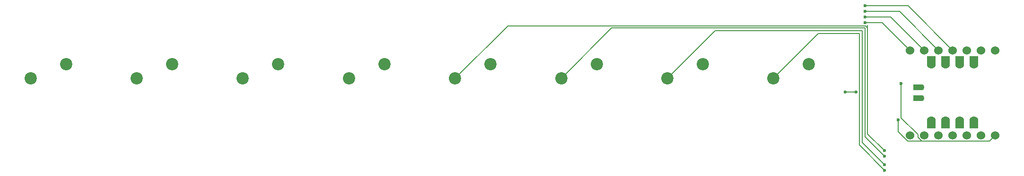
<source format=gbr>
%TF.GenerationSoftware,KiCad,Pcbnew,9.0.3*%
%TF.CreationDate,2025-07-11T23:54:27+00:00*%
%TF.ProjectId,hackpadhahaha,6861636b-7061-4646-9861-686168612e6b,rev?*%
%TF.SameCoordinates,Original*%
%TF.FileFunction,Copper,L2,Bot*%
%TF.FilePolarity,Positive*%
%FSLAX46Y46*%
G04 Gerber Fmt 4.6, Leading zero omitted, Abs format (unit mm)*
G04 Created by KiCad (PCBNEW 9.0.3) date 2025-07-11 23:54:27*
%MOMM*%
%LPD*%
G01*
G04 APERTURE LIST*
G04 Aperture macros list*
%AMRoundRect*
0 Rectangle with rounded corners*
0 $1 Rounding radius*
0 $2 $3 $4 $5 $6 $7 $8 $9 X,Y pos of 4 corners*
0 Add a 4 corners polygon primitive as box body*
4,1,4,$2,$3,$4,$5,$6,$7,$8,$9,$2,$3,0*
0 Add four circle primitives for the rounded corners*
1,1,$1+$1,$2,$3*
1,1,$1+$1,$4,$5*
1,1,$1+$1,$6,$7*
1,1,$1+$1,$8,$9*
0 Add four rect primitives between the rounded corners*
20,1,$1+$1,$2,$3,$4,$5,0*
20,1,$1+$1,$4,$5,$6,$7,0*
20,1,$1+$1,$6,$7,$8,$9,0*
20,1,$1+$1,$8,$9,$2,$3,0*%
G04 Aperture macros list end*
%TA.AperFunction,ComponentPad*%
%ADD10C,1.524000*%
%TD*%
%TA.AperFunction,ComponentPad*%
%ADD11C,1.600000*%
%TD*%
%TA.AperFunction,SMDPad,CuDef*%
%ADD12RoundRect,0.140000X0.660000X-0.560000X0.660000X0.560000X-0.660000X0.560000X-0.660000X-0.560000X0*%
%TD*%
%TA.AperFunction,ComponentPad*%
%ADD13C,1.100000*%
%TD*%
%TA.AperFunction,SMDPad,CuDef*%
%ADD14RoundRect,0.110000X0.690000X0.440000X-0.690000X0.440000X-0.690000X-0.440000X0.690000X-0.440000X0*%
%TD*%
%TA.AperFunction,ComponentPad*%
%ADD15C,2.200000*%
%TD*%
%TA.AperFunction,ViaPad*%
%ADD16C,0.600000*%
%TD*%
%TA.AperFunction,Conductor*%
%ADD17C,0.200000*%
%TD*%
G04 APERTURE END LIST*
D10*
%TO.P,U1,1,GPIO26/ADC0/A0*%
%TO.N,Net-(D1-DIN)*%
X268350000Y-54500000D03*
%TO.P,U1,2,GPIO27/ADC1/A1*%
%TO.N,unconnected-(U1-GPIO27{slash}ADC1{slash}A1-Pad2)*%
X265810000Y-54500000D03*
%TO.P,U1,3,GPIO28/ADC2/A2*%
%TO.N,unconnected-(U1-GPIO28{slash}ADC2{slash}A2-Pad3)*%
X263270000Y-54500000D03*
%TO.P,U1,4,GPIO29/ADC3/A3*%
%TO.N,Net-(U1-GPIO29{slash}ADC3{slash}A3)*%
X260730000Y-54500000D03*
%TO.P,U1,5,GPIO6/SDA*%
%TO.N,Net-(U1-GPIO6{slash}SDA)*%
X258190000Y-54500000D03*
%TO.P,U1,6,GPIO7/SCL*%
%TO.N,Net-(U1-GPIO7{slash}SCL)*%
X255650000Y-54500000D03*
%TO.P,U1,7,GPIO0/TX*%
%TO.N,Net-(U1-GPIO0{slash}TX)*%
X253110000Y-54500000D03*
%TO.P,U1,8,GPIO1/RX*%
%TO.N,Net-(U1-GPIO1{slash}RX)*%
X253110000Y-69740000D03*
%TO.P,U1,9,GPIO2/SCK*%
%TO.N,Net-(U1-GPIO2{slash}SCK)*%
X255650000Y-69740000D03*
%TO.P,U1,10,GPIO4/MISO*%
%TO.N,Net-(U1-GPIO4{slash}MISO)*%
X258190000Y-69740000D03*
%TO.P,U1,11,GPIO3/MOSI*%
%TO.N,Net-(U1-GPIO3{slash}MOSI)*%
X260730000Y-69740000D03*
%TO.P,U1,12,3V3*%
%TO.N,unconnected-(U1-3V3-Pad12)*%
X263270000Y-69740000D03*
%TO.P,U1,13,GND*%
%TO.N,GND*%
X265810000Y-69740000D03*
%TO.P,U1,14,VBUS*%
%TO.N,+5V*%
X268350000Y-69740000D03*
D11*
%TO.P,U1,15*%
%TO.N,N/C*%
X264540000Y-67120994D03*
D12*
X264540000Y-67820000D03*
D11*
%TO.P,U1,16*%
X262000000Y-67120994D03*
D12*
X262000000Y-67820000D03*
D11*
%TO.P,U1,17*%
X259460000Y-67120994D03*
D12*
X259460000Y-67820000D03*
D11*
%TO.P,U1,18*%
X256920000Y-67120994D03*
D12*
X256920000Y-67820000D03*
%TO.P,U1,19*%
X256920000Y-56260994D03*
D11*
X256920000Y-56960994D03*
D12*
%TO.P,U1,20*%
X259460000Y-56260994D03*
D11*
X259460000Y-56960994D03*
D12*
%TO.P,U1,21*%
X262000000Y-56260994D03*
D11*
X262000000Y-56960994D03*
D12*
%TO.P,U1,22*%
X264540000Y-56260994D03*
D11*
X264540000Y-56960994D03*
D13*
%TO.P,U1,23*%
X255155189Y-61120000D03*
D14*
X254400000Y-61120000D03*
D13*
%TO.P,U1,24*%
X255155189Y-63120000D03*
D14*
X254400000Y-63120000D03*
%TD*%
D15*
%TO.P,SW8,1,1*%
%TO.N,GND*%
X235000000Y-57000000D03*
%TO.P,SW8,2,2*%
%TO.N,Net-(U1-GPIO3{slash}MOSI)*%
X228650000Y-59540000D03*
%TD*%
%TO.P,SW7,1,1*%
%TO.N,GND*%
X216000000Y-57000000D03*
%TO.P,SW7,2,2*%
%TO.N,Net-(U1-GPIO4{slash}MISO)*%
X209650000Y-59540000D03*
%TD*%
%TO.P,SW6,1,1*%
%TO.N,GND*%
X197000000Y-57000000D03*
%TO.P,SW6,2,2*%
%TO.N,Net-(U1-GPIO2{slash}SCK)*%
X190650000Y-59540000D03*
%TD*%
%TO.P,SW5,1,1*%
%TO.N,GND*%
X178000000Y-57000000D03*
%TO.P,SW5,2,2*%
%TO.N,Net-(U1-GPIO1{slash}RX)*%
X171650000Y-59540000D03*
%TD*%
%TO.P,SW4,1,1*%
%TO.N,GND*%
X159000000Y-57000000D03*
%TO.P,SW4,2,2*%
%TO.N,Net-(U1-GPIO0{slash}TX)*%
X152650000Y-59540000D03*
%TD*%
%TO.P,SW3,1,1*%
%TO.N,GND*%
X140000000Y-57000000D03*
%TO.P,SW3,2,2*%
%TO.N,Net-(U1-GPIO7{slash}SCL)*%
X133650000Y-59540000D03*
%TD*%
%TO.P,SW2,1,1*%
%TO.N,GND*%
X121000000Y-57000000D03*
%TO.P,SW2,2,2*%
%TO.N,Net-(U1-GPIO6{slash}SDA)*%
X114650000Y-59540000D03*
%TD*%
%TO.P,SW1,1,1*%
%TO.N,GND*%
X102000000Y-57000000D03*
%TO.P,SW1,2,2*%
%TO.N,Net-(U1-GPIO29{slash}ADC3{slash}A3)*%
X95650000Y-59540000D03*
%TD*%
D16*
%TO.N,Net-(D1-DOUT)*%
X243400000Y-62000000D03*
X241500000Y-62000000D03*
%TO.N,+5V*%
X251500000Y-60500000D03*
X251000000Y-67000000D03*
%TO.N,Net-(U1-GPIO29{slash}ADC3{slash}A3)*%
X245000000Y-46500000D03*
%TO.N,Net-(U1-GPIO6{slash}SDA)*%
X245000000Y-47500000D03*
%TO.N,Net-(U1-GPIO7{slash}SCL)*%
X245000000Y-48500000D03*
%TO.N,Net-(U1-GPIO0{slash}TX)*%
X245000000Y-49499000D03*
%TO.N,Net-(U1-GPIO1{slash}RX)*%
X248500000Y-72500000D03*
%TO.N,Net-(U1-GPIO3{slash}MOSI)*%
X248500000Y-76000000D03*
%TO.N,Net-(U1-GPIO4{slash}MISO)*%
X248500000Y-75000000D03*
%TO.N,Net-(U1-GPIO2{slash}SCK)*%
X248500000Y-73500000D03*
%TD*%
D17*
%TO.N,Net-(D1-DOUT)*%
X241500000Y-62000000D02*
X243400000Y-62000000D01*
%TO.N,+5V*%
X251000000Y-67000000D02*
X251000000Y-69133310D01*
X251000000Y-69133310D02*
X252669690Y-70803000D01*
X252669690Y-70803000D02*
X267287000Y-70803000D01*
X267287000Y-70803000D02*
X268350000Y-69740000D01*
X251500000Y-60500000D02*
X251500000Y-66626690D01*
X251500000Y-66626690D02*
X254500000Y-69626690D01*
X254500000Y-69626690D02*
X254500000Y-70093310D01*
X254500000Y-70093310D02*
X255209690Y-70803000D01*
X255209690Y-70803000D02*
X267287000Y-70803000D01*
%TO.N,Net-(U1-GPIO0{slash}TX)*%
X245000000Y-49500000D02*
X245000000Y-49499000D01*
%TO.N,Net-(U1-GPIO29{slash}ADC3{slash}A3)*%
X252730000Y-46500000D02*
X245000000Y-46500000D01*
X260730000Y-54500000D02*
X252730000Y-46500000D01*
%TO.N,Net-(U1-GPIO6{slash}SDA)*%
X251190000Y-47500000D02*
X245000000Y-47500000D01*
X258190000Y-54500000D02*
X251190000Y-47500000D01*
%TO.N,Net-(U1-GPIO7{slash}SCL)*%
X249650000Y-48500000D02*
X245000000Y-48500000D01*
X255650000Y-54500000D02*
X249650000Y-48500000D01*
%TO.N,Net-(U1-GPIO0{slash}TX)*%
X248110000Y-49500000D02*
X245000000Y-49500000D01*
X253110000Y-54500000D02*
X248110000Y-49500000D01*
%TO.N,Net-(U1-GPIO1{slash}RX)*%
X248500000Y-72500000D02*
X245500000Y-69500000D01*
X245500000Y-69500000D02*
X245500000Y-50000000D01*
X245500000Y-50000000D02*
X245500000Y-50432900D01*
X245500000Y-50432900D02*
X245166100Y-50099000D01*
X245166100Y-50099000D02*
X181091000Y-50099000D01*
X181091000Y-50099000D02*
X171650000Y-59540000D01*
%TO.N,Net-(U1-GPIO2{slash}SCK)*%
X245000000Y-50500000D02*
X199690000Y-50500000D01*
X199690000Y-50500000D02*
X190650000Y-59540000D01*
%TO.N,Net-(U1-GPIO4{slash}MISO)*%
X244500000Y-51000000D02*
X218190000Y-51000000D01*
X218190000Y-51000000D02*
X209650000Y-59540000D01*
%TO.N,Net-(U1-GPIO3{slash}MOSI)*%
X244000000Y-51500000D02*
X236690000Y-51500000D01*
X236690000Y-51500000D02*
X228650000Y-59540000D01*
%TO.N,Net-(U1-GPIO2{slash}SCK)*%
X245000000Y-70000000D02*
X245000000Y-50500000D01*
X248500000Y-73500000D02*
X245000000Y-70000000D01*
%TO.N,Net-(U1-GPIO4{slash}MISO)*%
X244500000Y-71000000D02*
X244500000Y-51000000D01*
X248500000Y-75000000D02*
X244500000Y-71000000D01*
%TO.N,Net-(U1-GPIO3{slash}MOSI)*%
X244000000Y-71500000D02*
X244000000Y-51500000D01*
X248500000Y-76000000D02*
X244000000Y-71500000D01*
%TD*%
M02*

</source>
